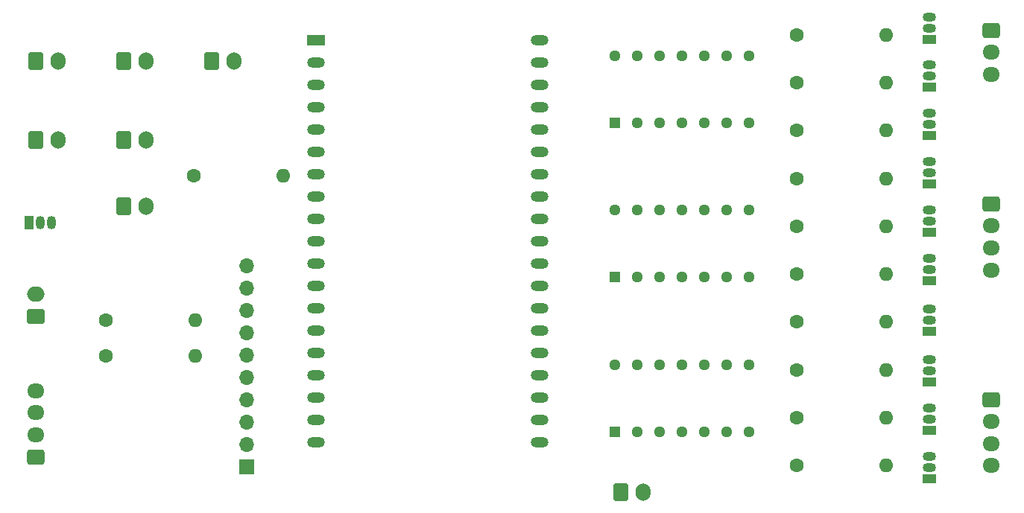
<source format=gbs>
%TF.GenerationSoftware,KiCad,Pcbnew,8.0.4*%
%TF.CreationDate,2024-09-13T19:46:17+02:00*%
%TF.ProjectId,smurf-box,736d7572-662d-4626-9f78-2e6b69636164,rev?*%
%TF.SameCoordinates,Original*%
%TF.FileFunction,Soldermask,Bot*%
%TF.FilePolarity,Negative*%
%FSLAX46Y46*%
G04 Gerber Fmt 4.6, Leading zero omitted, Abs format (unit mm)*
G04 Created by KiCad (PCBNEW 8.0.4) date 2024-09-13 19:46:17*
%MOMM*%
%LPD*%
G01*
G04 APERTURE LIST*
G04 Aperture macros list*
%AMRoundRect*
0 Rectangle with rounded corners*
0 $1 Rounding radius*
0 $2 $3 $4 $5 $6 $7 $8 $9 X,Y pos of 4 corners*
0 Add a 4 corners polygon primitive as box body*
4,1,4,$2,$3,$4,$5,$6,$7,$8,$9,$2,$3,0*
0 Add four circle primitives for the rounded corners*
1,1,$1+$1,$2,$3*
1,1,$1+$1,$4,$5*
1,1,$1+$1,$6,$7*
1,1,$1+$1,$8,$9*
0 Add four rect primitives between the rounded corners*
20,1,$1+$1,$2,$3,$4,$5,0*
20,1,$1+$1,$4,$5,$6,$7,0*
20,1,$1+$1,$6,$7,$8,$9,0*
20,1,$1+$1,$8,$9,$2,$3,0*%
G04 Aperture macros list end*
%ADD10R,1.295400X1.295400*%
%ADD11C,1.295400*%
%ADD12R,2.000000X1.200000*%
%ADD13O,2.000000X1.200000*%
%ADD14RoundRect,0.250000X-0.600000X-0.750000X0.600000X-0.750000X0.600000X0.750000X-0.600000X0.750000X0*%
%ADD15O,1.700000X2.000000*%
%ADD16C,1.600000*%
%ADD17O,1.600000X1.600000*%
%ADD18R,1.050000X1.500000*%
%ADD19O,1.050000X1.500000*%
%ADD20R,1.500000X1.050000*%
%ADD21O,1.500000X1.050000*%
%ADD22RoundRect,0.250000X-0.725000X0.600000X-0.725000X-0.600000X0.725000X-0.600000X0.725000X0.600000X0*%
%ADD23O,1.950000X1.700000*%
%ADD24RoundRect,0.250000X0.750000X-0.600000X0.750000X0.600000X-0.750000X0.600000X-0.750000X-0.600000X0*%
%ADD25O,2.000000X1.700000*%
%ADD26RoundRect,0.250000X0.725000X-0.600000X0.725000X0.600000X-0.725000X0.600000X-0.725000X-0.600000X0*%
%ADD27R,1.700000X1.700000*%
%ADD28O,1.700000X1.700000*%
G04 APERTURE END LIST*
D10*
%TO.C,U4*%
X114800000Y-89000000D03*
D11*
X117340000Y-89000000D03*
X119880000Y-89000000D03*
X122420000Y-89000000D03*
X124960000Y-89000000D03*
X127500000Y-89000000D03*
X130040000Y-89000000D03*
X130040000Y-81380000D03*
X127500000Y-81380000D03*
X124960000Y-81380000D03*
X122420000Y-81380000D03*
X119880000Y-81380000D03*
X117340000Y-81380000D03*
X114800000Y-81380000D03*
%TD*%
D10*
%TO.C,U2*%
X114800000Y-124120000D03*
D11*
X117340000Y-124120000D03*
X119880000Y-124120000D03*
X122420000Y-124120000D03*
X124960000Y-124120000D03*
X127500000Y-124120000D03*
X130040000Y-124120000D03*
X130040000Y-116500000D03*
X127500000Y-116500000D03*
X124960000Y-116500000D03*
X122420000Y-116500000D03*
X119880000Y-116500000D03*
X117340000Y-116500000D03*
X114800000Y-116500000D03*
%TD*%
D12*
%TO.C,U1*%
X80800000Y-79596560D03*
D13*
X80800000Y-82136560D03*
X80800000Y-84676560D03*
X80800000Y-87216560D03*
X80800000Y-89756560D03*
X80800000Y-92296560D03*
X80800000Y-94836560D03*
X80800000Y-97376560D03*
X80800000Y-99916560D03*
X80800000Y-102456560D03*
X80800000Y-104996560D03*
X80800000Y-107536560D03*
X80800000Y-110076560D03*
X80800000Y-112616560D03*
X80800000Y-115156560D03*
X80800000Y-117696560D03*
X80800000Y-120236560D03*
X80800000Y-122776560D03*
X80800000Y-125316560D03*
X106196320Y-125313840D03*
X106196320Y-122773840D03*
X106200000Y-120236560D03*
X106200000Y-117696560D03*
X106200000Y-115156560D03*
X106200000Y-112616560D03*
X106200000Y-110076560D03*
X106200000Y-107536560D03*
X106200000Y-104996560D03*
X106200000Y-102456560D03*
X106200000Y-99916560D03*
X106200000Y-97376560D03*
X106200000Y-94836560D03*
X106200000Y-92296560D03*
X106200000Y-89756560D03*
X106200000Y-87216560D03*
X106200000Y-84676560D03*
X106200000Y-82136560D03*
X106200000Y-79596560D03*
%TD*%
D14*
%TO.C,TIMER1*%
X59000000Y-98500000D03*
D15*
X61500000Y-98500000D03*
%TD*%
D16*
%TO.C,R13*%
X56920000Y-115500000D03*
D17*
X67080000Y-115500000D03*
%TD*%
D16*
%TO.C,R12*%
X56920000Y-111450000D03*
D17*
X67080000Y-111450000D03*
%TD*%
D16*
%TO.C,R11*%
X66920000Y-95000000D03*
D17*
X77080000Y-95000000D03*
%TD*%
D16*
%TO.C,R10*%
X135445000Y-79000000D03*
D17*
X145605000Y-79000000D03*
%TD*%
D16*
%TO.C,R9*%
X135445000Y-84444444D03*
D17*
X145605000Y-84444444D03*
%TD*%
D16*
%TO.C,R8*%
X135445000Y-89888888D03*
D17*
X145605000Y-89888888D03*
%TD*%
D16*
%TO.C,R7*%
X135445000Y-95333332D03*
D17*
X145605000Y-95333332D03*
%TD*%
D16*
%TO.C,R6*%
X135445000Y-100777776D03*
D17*
X145605000Y-100777776D03*
%TD*%
D16*
%TO.C,R5*%
X135445000Y-106222220D03*
D17*
X145605000Y-106222220D03*
%TD*%
D16*
%TO.C,R4*%
X135445000Y-111666664D03*
D17*
X145605000Y-111666664D03*
%TD*%
D16*
%TO.C,R3*%
X135445000Y-117111108D03*
D17*
X145605000Y-117111108D03*
%TD*%
D16*
%TO.C,R2*%
X135445000Y-122555552D03*
D17*
X145605000Y-122555552D03*
%TD*%
%TO.C,R1*%
X145605000Y-128000000D03*
D16*
X135445000Y-128000000D03*
%TD*%
D18*
%TO.C,Q11*%
X48230000Y-100360000D03*
D19*
X49500000Y-100360000D03*
X50770000Y-100360000D03*
%TD*%
D20*
%TO.C,Q10*%
X150525000Y-79500000D03*
D21*
X150525000Y-78230000D03*
X150525000Y-76960000D03*
%TD*%
D20*
%TO.C,Q9*%
X150525000Y-85000000D03*
D21*
X150525000Y-83730000D03*
X150525000Y-82460000D03*
%TD*%
D20*
%TO.C,Q8*%
X150525000Y-90500000D03*
D21*
X150525000Y-89230000D03*
X150525000Y-87960000D03*
%TD*%
D20*
%TO.C,Q7*%
X150525000Y-96000000D03*
D21*
X150525000Y-94730000D03*
X150525000Y-93460000D03*
%TD*%
D20*
%TO.C,Q6*%
X150525000Y-101500000D03*
D21*
X150525000Y-100230000D03*
X150525000Y-98960000D03*
%TD*%
D20*
%TO.C,Q5*%
X150525000Y-107000000D03*
D21*
X150525000Y-105730000D03*
X150525000Y-104460000D03*
%TD*%
D20*
%TO.C,Q4*%
X150525000Y-112770000D03*
D21*
X150525000Y-111500000D03*
X150525000Y-110230000D03*
%TD*%
D20*
%TO.C,Q3*%
X150525000Y-124000000D03*
D21*
X150525000Y-122730000D03*
X150525000Y-121460000D03*
%TD*%
D20*
%TO.C,Q2*%
X150500000Y-129500000D03*
D21*
X150500000Y-128230000D03*
X150500000Y-126960000D03*
%TD*%
D20*
%TO.C,Q1*%
X150525000Y-118500000D03*
D21*
X150525000Y-117230000D03*
X150525000Y-115960000D03*
%TD*%
D14*
%TO.C,PowerConnector1*%
X115500000Y-131000000D03*
D15*
X118000000Y-131000000D03*
%TD*%
D14*
%TO.C,PIT1*%
X59000000Y-82000000D03*
D15*
X61500000Y-82000000D03*
%TD*%
D14*
%TO.C,LAP/MTLED1*%
X49000000Y-91000000D03*
D15*
X51500000Y-91000000D03*
%TD*%
D14*
%TO.C,LAP/MT1*%
X49000000Y-82000000D03*
D15*
X51500000Y-82000000D03*
%TD*%
D22*
%TO.C,J4*%
X157525000Y-78500000D03*
D23*
X157525000Y-81000000D03*
X157525000Y-83500000D03*
%TD*%
D22*
%TO.C,J3*%
X157525000Y-98250000D03*
D23*
X157525000Y-100750000D03*
X157525000Y-103250000D03*
X157525000Y-105750000D03*
%TD*%
D22*
%TO.C,J1*%
X157525000Y-120500000D03*
D23*
X157525000Y-123000000D03*
X157525000Y-125500000D03*
X157525000Y-128000000D03*
%TD*%
D14*
%TO.C,GPS1*%
X69000000Y-82000000D03*
D15*
X71500000Y-82000000D03*
%TD*%
D24*
%TO.C,Fuel1*%
X49000000Y-111000000D03*
D25*
X49000000Y-108500000D03*
%TD*%
D14*
%TO.C,FCK1*%
X59000000Y-91000000D03*
D15*
X61500000Y-91000000D03*
%TD*%
D26*
%TO.C,Bosch1*%
X49000000Y-127000000D03*
D23*
X49000000Y-124500000D03*
X49000000Y-122000000D03*
X49000000Y-119500000D03*
%TD*%
D10*
%TO.C,U3*%
X114800000Y-106560000D03*
D11*
X117340000Y-106560000D03*
X119880000Y-106560000D03*
X122420000Y-106560000D03*
X124960000Y-106560000D03*
X127500000Y-106560000D03*
X130040000Y-106560000D03*
X130040000Y-98940000D03*
X127500000Y-98940000D03*
X124960000Y-98940000D03*
X122420000Y-98940000D03*
X119880000Y-98940000D03*
X117340000Y-98940000D03*
X114800000Y-98940000D03*
%TD*%
D27*
%TO.C,DAC1*%
X73000000Y-128120000D03*
D28*
X73000000Y-125580000D03*
X73000000Y-123040000D03*
X73000000Y-120500000D03*
X73000000Y-117960000D03*
X73000000Y-115420000D03*
X73000000Y-112880000D03*
X73000000Y-110340000D03*
X73000000Y-107800000D03*
X73000000Y-105260000D03*
%TD*%
M02*

</source>
